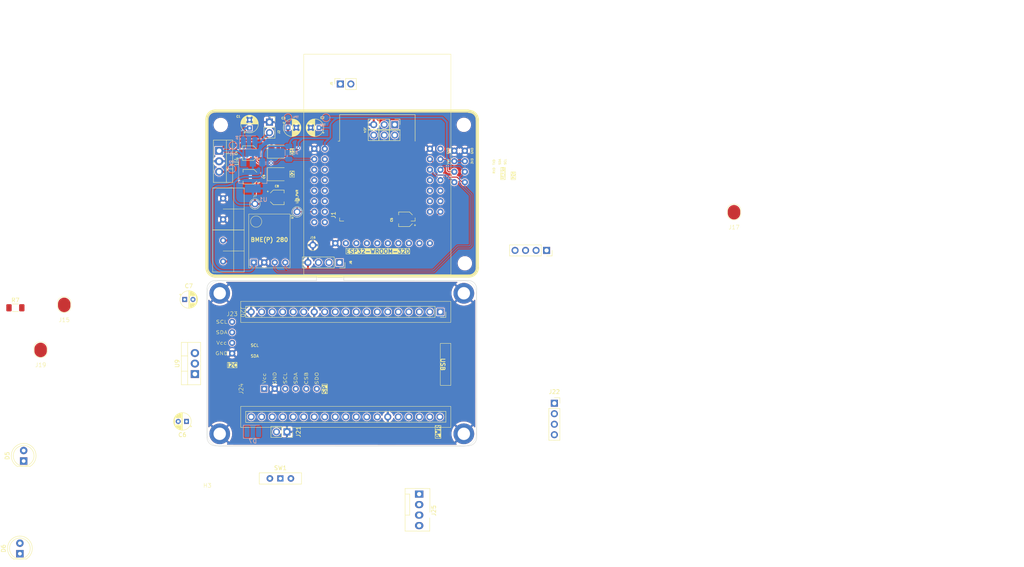
<source format=kicad_pcb>
(kicad_pcb (version 20240108) (generator "pcbnew") (generator_version "8.0")
  (layers (0 "F.Cu" signal) (31 "B.Cu" signal) (34 "B.Paste" user) (35 "F.Paste" user) (36 "B.SilkS" user "B.Silkscreen") (37 "F.SilkS" user "F.Silkscreen") (38 "B.Mask" user) (39 "F.Mask" user) (44 "Edge.Cuts" user))
  (net 0 "")
  (net 1 "GND")
  (net 2 "+3V3")
  (net 3 "+5V")
  (net 4 "/RXD")
  (net 5 "/TXD")
  (net 6 "/SDA")
  (net 7 "/GPIO_33")
  (net 8 "/SCL")
  (net 9 "/OUT3")
  (net 10 "/EN")
  (net 11 "/SOURCE2")
  (net 12 "/SOURCE1")
  (net 13 "/SOURCE3")
  (net 14 "/VDC")
  (net 15 "/DAC1")
  (net 16 "/DAC2")
  (net 17 "/GPIO39")
  (net 18 "/GPIO19")
  (net 19 "/GPIO17")
  (net 20 "/GPIO5")
  (net 21 "/GPIO18")
  (net 22 "/SD_DATA0")
  (net 23 "/ADC2_CH3")
  (net 24 "/SD_DATA3")
  (net 25 "/SD_CMD")
  (net 26 "/SD_CLK")
  (net 27 "/SD_DATA2")
  (net 28 "/SD_DATA1")
  (net 29 "/ADC2_CH0")
  (net 30 "/GPIO23")
  (net 31 "/GPIO36")
  (net 32 "/ADC2_CH2")
  (net 33 "/BOOT")
  (net 34 "/GPIO13")
  (net 35 "/SOURCE4")
  (net 36 "/SOURCE5")
  (net 37 "/SIPO_DATA")
  (net 38 "/SIPO_CLK")
  (net 39 "/SIPO_LATCH")
  (net 40 "/GPIO14")
  (net 41 "/OUT1")
  (net 42 "/VIN")
  (net 43 "Net-(D5-Pad1)")
  (net 44 "Net-(J15-Pin_1)")
  (net 45 "Net-(J19-Pin_1)")
  (net 46 "/OUT2")
  (net 58 "/ESP32-WROOM-32U Node/VIN")
  (net 63 "/ESP32-WROOM-32U Node/VDC")
  (net 74 "/ESP32-WROOM-32U Node/SPI-SDO")
  (net 75 "/ESP32-WROOM-32U Node/TX")
  (net 76 "/ESP32-WROOM-32U Node/SDA-2")
  (net 77 "/ESP32-WROOM-32U Node/SPI-CSB")
  (net 78 "/ESP32-WROOM-32U Node/SPI-SCL")
  (net 79 "/ESP32-WROOM-32U Node/3V3")
  (net 80 "/ESP32-WROOM-32U Node/SCL-2")
  (net 81 "/ESP32-WROOM-32U Node/RX")
  (net 82 "Net-(J21-Pin_2)")
  (net 84 "/ESP32-WROOM-32U Node/SPI-SDA")
  (net 86 "/ESP32-WROOM-32U Node/12V")
  (footprint "Capacitor_THT:CP_Radial_D4.0mm_P2.00mm" (layer "F.Cu") (at 107 44.2 180)
    (property "Reference" "C2")
    (property "Value" "1uF")
  )
  (footprint "LED_SMD:LED_1210_3225Metric_Pad1.42x2.65mm_HandSolder" (layer "F.Cu") (at 97 55.45)
    (property "Reference" "D2")
    (property "Value" "STATUS")
  )
  (footprint "Alexander Footprint Library:Board_65-40" (layer "F.Cu") (at 80 131.25)
    (property "Reference" "H3")
    (property "Value" "Project_Box_Board_65x40")
    (fp_line (start 0 -13) (end 0 -47) (stroke (width 0.05)) (layer "Edge.Cuts"))
    (fp_line (start 3 -50) (end 62 -50) (stroke (width 0.05)) (layer "Edge.Cuts"))
    (fp_line (start 62 -10) (end 3 -10) (stroke (width 0.05)) (layer "Edge.Cuts"))
    (fp_line (start 65 -47) (end 65 -13) (stroke (width 0.05)) (layer "Edge.Cuts"))
    (fp_arc (start 0 -47) (mid 0.87868 -49.12132) (end 3 -50) (stroke (width 0.05)) (layer "Edge.Cuts"))
    (fp_arc (start 3 -10) (mid 0.87868 -10.87868) (end 0 -13) (stroke (width 0.05)) (layer "Edge.Cuts"))
    (fp_arc (start 62 -50) (mid 64.12132 -49.12132) (end 65 -47) (stroke (width 0.05)) (layer "Edge.Cuts"))
    (fp_arc (start 65 -13) (mid 64.12132 -10.87868) (end 62 -10) (stroke (width 0.05)) (layer "Edge.Cuts"))
  )
  (footprint "Capacitor_SMD:CP_Elec_3x5.3" (layer "F.Cu") (at 90.3 50.35 180)
    (property "Reference" "C4")
    (property "Value" "0.1uF")
  )
  (footprint "Resistor_SMD:R_1206_3216Metric_Pad1.30x1.75mm_HandSolder" (layer "F.Cu") (at 33.612 87.7585)
    (property "Reference" "R7")
    (property "Value" "4K7")
  )
  (footprint "LED_THT:LED_D5.0mm" (layer "F.Cu") (at 34.7 147.25 90)
    (property "Reference" "D6")
    (property "Value" "LED_STATUS")
  )
  (footprint "Button_Switch_THT:SW_Slide-03_Wuerth-WS-SLTV_10x2.5x6.4_P2.54mm" (layer "F.Cu") (at 97.66 129.05)
    (property "Reference" "SW1")
    (property "Value" "SW_SPDT")
  )
  (footprint "Connector_PinSocket_2.54mm:PinSocket_1x04_P2.54mm_Vertical" (layer "F.Cu") (at 163.88 110.85)
    (property "Reference" "J22")
    (property "Value" "PWR_SATA_Conn_01x04")
  )
  (footprint "Alexander Footprint Library:Pad_1x01_P2.54_SMD" (layer "F.Cu") (at 39.712 102.098)
    (property "Reference" "J19")
    (property "Value" "LED_PWR")
  )
  (footprint "Alexanddr Footprints Library:ESP32-WROOM-Adapter-Socket-2" (layer "F.Cu") (at 121.1 56.9025)
    (property "Reference" "J1")
    (property "Value" "~")
  )
  (footprint "Alexander Footprint Library:Pad_1x01_P2.54_SMD" (layer "F.Cu") (at 45.412 91.198)
    (property "Reference" "J15")
    (property "Value" "LED_PWR")
  )
  (footprint "MountingHole:MountingHole_3mm" (layer "F.Cu") (at 142 43.5)
    (property "Reference" "H1" (hide yes))
    (property "Value" "MountingHole_Pad")
  )
  (footprint "Connector_PinSocket_2.54mm:PinSocket_1x02_P2.54mm_Vertical" (layer "F.Cu") (at 99.25 117.775 -90)
    (property "Reference" "J21")
    (property "Value" "PWR")
  )
  (footprint "MountingHole:MountingHole_3mm" (layer "F.Cu") (at 83.25 43.53)
    (property "Reference" "H2" (hide yes))
    (property "Value" "MountingHole_Pad")
  )
  (footprint "Alexander Footprints Library:Conn_Terminal_5mm" (layer "F.Cu") (at 83.82 53.69)
    (property "Reference" "J9" (hide yes))
    (property "Value" "Conn_01x02_Socket")
  )
  (footprint "Alexander Footprint Library:Pad_1x01_P2.54_SMD" (layer "F.Cu") (at 207.3 68.7895)
    (property "Reference" "J17")
    (property "Value" "GND")
  )
  (footprint "Capacitor_THT:CP_Radial_D4.0mm_P2.00mm" (layer "F.Cu") (at 74.527401 85.75)
    (property "Reference" "C7")
    (property "Value" "1uF")
  )
  (footprint "Connector:FanPinHeader_1x04_P2.54mm_Vertical" (layer "F.Cu") (at 131.2 132.83 -90)
    (property "Reference" "J25")
    (property "Value" "Conn_01x04_Pin")
  )
  (footprint "Capacitor_SMD:CP_Elec_3x5.3" (layer "F.Cu") (at 90.4 56.05 180)
    (property "Reference" "C9")
    (property "Value" "0.1uF")
  )
  (footprint "Alexander Footprint Library:PinSocket_1x01_P2.54" (layer "F.Cu") (at 91.5 65.19)
    (property "Reference" "J7")
    (property "Value" "LED_PWR")
  )
  (footprint "Alexander Footprint Library:Conn_SPI" (layer "F.Cu") (at 88.68 107.35 90)
    (property "Reference" "J24")
    (property "Value" "~")
  )
  (footprint "Connector_PinSocket_2.54mm:PinSocket_1x02_P2.54mm_Vertical" (layer "F.Cu") (at 95.025 42.85)
    (property "Reference" "J2")
    (property "Value" "PWR")
  )
  (footprint "Connector_PinSocket_2.54mm:PinSocket_1x04_P2.54mm_Vertical" (layer "F.Cu") (at 111.94 76.8 -90)
    (property "Reference" "J6")
    (property "Value" "SOURCE")
  )
  (footprint "Connector_PinSocket_2.54mm:PinSocket_1x04_P2.54mm_Vertical" (layer "F.Cu") (at 162 73.875 -90)
    (property "Reference" "J10" (hide yes))
    (property "Value" "ADC")
  )
  (footprint "Capacitor_SMD:CP_Elec_3x5.3" (layer "F.Cu") (at 128 66.35 180)
    (property "Reference" "C5")
    (property "Value" "0.1uF")
  )
  (footprint "Capacitor_THT:CP_Radial_D4.0mm_P2.00mm" (layer "F.Cu") (at 99.5 44.2)
    (property "Reference" "C3")
    (property "Value" "1uF")
  )
  (footprint "Alexander Footprint Library:Conn_ESP32_WROOM-DevKit-38pins" (layer "F.Cu") (at 88.06 88.75 -90)
    (property "Reference" "J20")
    (property "Value" "~")
  )
  (footprint "Capacitor_SMD:CP_Elec_3x5.3" (layer "F.Cu") (at 96.8 61.05)
    (property "Reference" "C8")
    (property "Value" "10uF")
  )
  (footprint "Alexander Footprint Library:LD1117" (layer "F.Cu") (at 77 103.79 90)
    (property "Reference" "U9")
    (property "Value" "L7805")
  )
  (footprint "Alexander Footprint Library:PinSocket_1x01_P2.54" (layer "F.Cu") (at 101.7 67.12)
    (property "Reference" "J18")
    (property "Value" "LED_PWR")
  )
  (footprint "Alexander Footprint Library:Conn_I2C" (layer "F.Cu") (at 86 106.41 180)
    (property "Reference" "J23")
    (property "Value" "I2C")
  )
  (footprint "Capacitor_THT:CP_Radial_D4.0mm_P2.00mm" (layer "F.Cu") (at 74.9726 115.25 180)
    (property "Reference" "C6")
    (property "Value" "1uF")
  )
  (footprint "Connector_PinSocket_2.54mm:PinSocket_1x02_P2.54mm_Vertical" (layer "F.Cu") (at 112.15 33.625 90)
    (property "Reference" "J5")
    (property "Value" "DAC")
  )
  (footprint "Alexander Footprint Library:CONN_2x3" (layer "F.Cu") (at 130.38 43.45 -90)
    (property "Reference" "J14")
    (property "Value" "GPIO")
  )
  (footprint "Alexander Footprints Library:Conn_UART" (layer "F.Cu") (at 139.7 42.15)
    (property "Reference" "J3" (hide yes))
    (property "Value" "UART")
  )
  (footprint "Alexander Footprint Library:PinSocket_1x01_P2.54" (layer "F.Cu") (at 105.5 75.19)
    (property "Reference" "J16")
    (property "Value" "GND")
  )
  (footprint "Capacitor_THT:CP_Radial_D4.0mm_P2.00mm" (layer "F.Cu") (at 90.2 44.3 90)
    (property "Reference" "C1")
    (property "Value" "1uF")
  )
  (footprint "Alexander Footprint Library:BME280_BMP280_I2C" (layer "F.Cu") (at 90 78.1 90)
    (property "Reference" "U7")
    (property "Value" "BME(P)280")
  )
  (footprint "Alexander Footprint Library:LD1117" (layer "F.Cu") (at 82.855 49.77 -90)
    (property "Reference" "U4")
    (property "Value" "L7805")
  )
  (footprint "Alexander Footprints Library:Conn_I2C" (layer "F.Cu") (at 142.24 42.15)
    (property "Reference" "J4" (hide yes))
    (property "Value" "I2C")
  )
  (footprint "LED_THT:LED_D5.0mm" (layer "F.Cu") (at 35.612 124.8335 90)
    (property "Reference" "D5")
    (property "Value" "LED_PWR")
  )
  (footprint "LED_SMD:LED_1210_3225Metric_Pad1.42x2.65mm_HandSolder" (layer "F.Cu") (at 97 50)
    (property "Reference" "D1")
    (property "Value" "PWR")
  )
  (footprint "MountingHole:MountingHole_3mm" (layer "F.Cu") (at 142.25 77)
    (property "Reference" "H4" (hide yes))
    (property "Value" "MountingHole_Pad")
  )
  (footprint "Alexander Footprints Library:Conn_Terminal_5mm" (layer "F.Cu") (at 83.82 63.85)
    (property "Reference" "J8" (hide yes))
    (property "Value" "Conn_01x02_Socket")
  )
  (footprint "TestPoint:TestPoint_Pad_D1.5mm" (layer "B.Cu") (at 99.5 41.75 180)
    (property "Reference" "TP4")
    (property "Value" "5V")
  )
  (footprint "TestPoint:TestPoint_Pad_D1.5mm" (layer "B.Cu") (at 108.7 41.75 180)
    (property "Reference" "TP3")
    (property "Value" "3V3")
  )
  (footprint "Diode_SMD:D_1210_3225Metric" (layer "B.Cu") (at 91 117.75)
    (property "Reference" "D7")
    (property "Value" "D")
  )
  (footprint "Resistor_SMD:R_1206_3216Metric_Pad1.30x1.75mm_HandSolder" (layer "B.Cu") (at 99.7 50.25 -90)
    (property "Reference" "R1")
    (property "Value" "10K")
  )
  (footprint "Diode_SMD:D_1210_3225Metric" (layer "B.Cu") (at 90.1 47.75)
    (property "Reference" "D4")
    (property "Value" "D")
  )
  (footprint "TestPoint:TestPoint_Pad_D1.5mm" (layer "B.Cu") (at 86.2 48.45 180)
    (property "Reference" "TP1")
    (property "Value" "VIN")
  )
  (footprint "TestPoint:TestPoint_Pad_D1.5mm" (layer "B.Cu") (at 85.9 54.15 180)
    (property "Reference" "TP2")
    (property "Value" "GND")
  )
  (footprint "Package_TO_SOT_SMD:SOT-223-3_TabPin2" (layer "B.Cu") (at 91 55.75 -90)
    (property "Reference" "U1")
    (property "Value" "AMS1117-3V3")
  )
  (gr_line (start 145.25 42.11421) (end 145.25 78.085782) (stroke (width 0.75)) (layer "F.SilkS"))
  (gr_line (start 81.914218 40.164218) (end 143.08579 40.164218) (stroke (width 0.75)) (layer "F.SilkS"))
  (gr_arc (start 145.25 78.085782) (mid 144.66422 79.500007) (end 143.25 80.085782) (stroke (width 0.75)) (layer "F.SilkS"))
  (gr_line (start 79.914218 42.11421) (end 79.914218 78.085782) (stroke (width 0.75)) (layer "F.SilkS"))
  (gr_arc (start 81.914218 80.085782) (mid 80.499999 79.500001) (end 79.914218 78.085782) (stroke (width 0.75)) (layer "F.SilkS"))
  (gr_arc (start 143.25 40.25) (mid 144.664214 40.835786) (end 145.25 42.25) (stroke (width 0.75)) (layer "F.SilkS"))
  (gr_arc (start 79.914218 42.164218) (mid 80.499999 40.749999) (end 81.914218 40.164218) (stroke (width 0.75)) (layer "F.SilkS"))
  (gr_line (start 81.914214 80.085782) (end 143.085786 80.085782) (stroke (width 0.75)) (layer "F.SilkS"))
  (gr_line (start 82.014214 80.235786) (end 106.4 80.25) (stroke (width 0.1)) (layer "Edge.Cuts"))
  (gr_line (start 80 42.25) (end 80.014214 78.235786) (stroke (width 0.1)) (layer "Edge.Cuts"))
  (gr_arc (start 79.921321 83.157107) (mid 80.507106 81.742896) (end 81.921321 81.157107) (stroke (width 0.1)) (layer "Edge.Cuts"))
  (gr_line (start 81.921321 121.128679) (end 143.107107 121.142893) (stroke (width 0.1)) (layer "Edge.Cuts"))
  (gr_arc (start 81.921321 121.128679) (mid 80.507101 120.542899) (end 79.921321 119.128679) (stroke (width 0.1)) (layer "Edge.Cuts"))
  (gr_line (start 143.092893 81.157107) (end 113 81.15) (stroke (width 0.1)) (layer "Edge.Cuts"))
  (gr_arc (start 145.107107 119.142893) (mid 144.521321 120.557107) (end 143.107107 121.142893) (stroke (width 0.1)) (layer "Edge.Cuts"))
  (gr_line (start 106.4 81.15) (end 81.921321 81.157107) (stroke (width 0.1)) (layer "Edge.Cuts"))
  (gr_arc (start 143.185786 40.264214) (mid 144.600004 40.849996) (end 145.185786 42.264214) (stroke (width 0.1)) (layer "Edge.Cuts"))
  (gr_line (start 113 80.25) (end 143.185786 80.235786) (stroke (width 0.1)) (layer "Edge.Cuts"))
  (gr_arc (start 82.014214 80.235786) (mid 80.599996 79.650004) (end 80.014214 78.235786) (stroke (width 0.1)) (layer "Edge.Cuts"))
  (gr_line (start 145.185786 42.264214) (end 145.185786 78.235786) (stroke (width 0.1)) (layer "Edge.Cuts"))
  (gr_arc (start 80 42.25) (mid 80.585786 40.835786) (end 82 40.25) (stroke (width 0.1)) (layer "Edge.Cuts"))
  (gr_line (start 145.107107 119.142893) (end 145.092893 83.157107) (stroke (width 0.1)) (layer "Edge.Cuts"))
  (gr_line (start 79.921321 119.128679) (end 79.921321 83.157107) (stroke (width 0.1)) (layer "Edge.Cuts"))
  (gr_line (start 106.4 81.15) (end 106.4 80.25) (stroke (width 0.1)) (layer "Edge.Cuts"))
  (gr_arc (start 145.185786 78.235786) (mid 144.600004 79.650004) (end 143.185786 80.235786) (stroke (width 0.1)) (layer "Edge.Cuts"))
  (gr_arc (start 143.092893 81.157107) (mid 144.507112 81.742888) (end 145.092893 83.157107) (stroke (width 0.1)) (layer "Edge.Cuts"))
  (gr_line (start 113 81.15) (end 113 80.25) (stroke (width 0.1)) (layer "Edge.Cuts"))
  (gr_line (start 143.185786 40.264214) (end 82 40.25) (stroke (width 0.1)) (layer "Edge.Cuts"))
  (gr_text "SCL" (at 90.4 96.85 0) (layer "F.SilkS") (effects (font (size 0.7 0.7) (thickness 0.125) (bold yes)) (justify left)))
  (gr_text "SDA" (at 90.4 99.45 0) (layer "F.SilkS") (effects (font (size 0.7 0.7) (thickness 0.125) (bold yes)) (justify left)))
  (gr_text "PWR" (at 136.4 119.55 90) (layer "F.SilkS" knockout) (effects (font (size 1 1) (thickness 0.25) (bold yes)) (justify left bottom)))
  (segment (start 84.21 66) (end 83.82 66.39) (width 0.5) (layer "F.Cu") (net 1))
  (segment (start 95.5 54.8625) (end 95.5125 54.85) (width 0.25) (layer "F.Cu") (net 1))
  (segment (start 95.5 55.4625) (end 95.5125 55.45) (width 0.25) (layer "F.Cu") (net 1))
  (segment (start 91.5 59.65) (end 91.9 59.25) (width 0.5) (layer "F.Cu") (net 2))
  (segment (start 101.15 50) (end 102 49.15) (width 0.5) (layer "F.Cu") (net 2))
  (segment (start 94.63 62.62) (end 91.5 62.62) (width 0.5) (layer "F.Cu") (net 2))
  (segment (start 91.9 59.25) (end 91.9 56.05) (width 0.5) (layer "F.Cu") (net 2))
  (segment (start 98.4875 50) (end 101.15 50) (width 0.5) (layer "F.Cu") (net 2))
  (segment (start 95.3 61.05) (end 95.3 61.95) (width 0.5) (layer "F.Cu") (net 2))
  (segment (start 95.3 61.95) (end 94.63 62.62) (width 0.5) (layer "F.Cu") (net 2))
  (segment (start 91.5 62.62) (end 91.5 59.65) (width 0.5) (layer "F.Cu") (net 2))
  (via (at 102 49.15) (size 0.8) (drill 0.4) (layers "F.Cu" "B.Cu") (net 2))
  (segment (start 96.075 48.7) (end 97.525 48.7) (width 0.5) (layer "B.Cu") (net 2))
  (segment (start 108.4 49.2825) (end 108.4 47.85) (width 0.5) (layer "B.Cu") (net 2))
  (segment (start 109.408578 44.2) (end 107 44.2) (width 0.5) (layer "B.Cu") (net 2))
  (segment (start 109.5 46.75) (end 109.75 46.5) (width 0.5) (layer "B.Cu") (net 2))
  (segment (start 81.3 75.997918) (end 81.3 59.75104) (width 0.5) (layer "B.Cu") (net 2))
  (segment (start 93.3 54.905025) (end 93.3 52.6) (width 0.5) (layer "B.Cu") (net 2))
  (segment (start 100 48.7) (end 100 48.03033) (width 0.5) (layer "B.Cu") (net 2))
  (segment (start 137.9 51.55) (end 138.66 52.31) (width 0.5) (layer "B.Cu") (net 2))
  (segment (start 84.202081 78.9) (end 89.990883 78.9) (width 0.5) (layer "B.Cu") (net 2))
  (segment (start 109.75 45) (end 109.75 44.141421) (width 0.5) (layer "B.Cu") (net 2))
  (segment (start 103 46.75) (end 101.28033 46.75) (width 0.5) (layer "B.Cu") (net 2))
  (segment (start 109.75 43.858578) (end 109.75 44.141421) (width 0.5) (layer "B.Cu") (net 2))
  (segment (start 138.66 52.31) (end 139.7 52.31) (width 0.5) (layer "B.Cu") (net 2))
  (segment (start 139.7 52.31) (end 142.24 52.31) (width 0.5) (layer "B.Cu") (net 2))
  (segment (start 129.1 41.75) (end 136.8 41.75) (width 0.5) (layer "B.Cu") (net 2))
  (segment (start 112.31066 41.75) (end 129.1 41.75) (width 0.5) (layer "B.Cu") (net 2))
  (segment (start 88.207106 62.75) (end 91.5 62.75) (width 0.5) (layer "B.Cu") (net 2))
  (segment (start 86.5 61.042893) (end 86.5 57.5) (width 0.5) (layer "B.Cu") (net 2))
  (segment (start 103 46.75) (end 109.5 46.75) (width 0.5) (layer "B.Cu") (net 2))
  (segment (start 137.9 42.85) (end 137.9 51.55) (width 0.5) (layer "B.Cu") (net 2))
  (segment (start 91.22 77.670883) (end 91.22 76.8) (width 0.5) (layer "B.Cu") (net 2))
  (segment (start 89.455634 56.1) (end 92.105025 56.1) (width 0.5) (layer "B.Cu") (net 2))
  (segment (start 96.075 48.7) (end 95.177817 48.7) (width 0.5) (layer "B.Cu") (net 2))
  (segment (start 136.8 41.75) (end 137.9 42.85) (width 0.5) (layer "B.Cu") (net 2))
  (segment (start 108.4 47.85) (end 109.75 46.5) (width 0.5) (layer "B.Cu") (net 2))
  (segment (start 109.75 46.5) (end 109.75 45) (width 0.5) (layer "B.Cu") (net 2))
  (segment (start 110.015165 42.984834) (end 110.5 42.5) (width 0.5) (layer "B.Cu") (net 2))
  (segment (start 102 47.75) (end 103 46.75) (width 0.5) (layer "B.Cu") (net 2))
  (segment (start 109.75 43.858578) (end 109.75 43.625) (width 0.5) (layer "B.Cu") (net 2))
  (segment (start 93.3 52.6) (end 93.3 50.577817) (width 0.5) (layer "B.Cu") (net 2))
  (segment (start 82.75104 58.3) (end 84.144365 58.3) (width 0.5) (layer "B.Cu") (net 2))
  (segment (start 102 49.15) (end 102 47.75) (width 0.5) (layer "B.Cu") (net 2))
  (segment (start 129.3 41.75) (end 129.1 41.75) (width 0.5) (layer "B.Cu") (net 2))
  (segment (start 108.7 41.75) (end 112.31066 41.75) (width 0.5) (layer "B.Cu") (net 2))
  (segment (start 100 48.7) (end 97.525 48.7) (width 0.5) (layer "B.Cu") (net 2))
  (arc (start 93.3 54.905025) (mid 93.209037 55.362322) (end 92.95 55.75) (width 0.5) (layer "B.Cu") (net 2))
  (arc (start 86.8 57.2) (mid 85.581584 58.014119) (end 84.144365 58.3) (width 0.5) (layer "B.Cu") (net 2))
  (arc (start 89.455634 56.1) (mid 88.018415 56.38588) (end 86.8 57.2) (width 0.5) (layer "B.Cu") (net 2))
  (arc (start 86.5 61.042893) (mid 86.629945 61.696174) (end 87 62.25) (width 0.5) (layer "B.Cu") (net 2))
  (arc (start 82.75104 58.3) (mid 82.195751 58.410453) (end 81.725 58.725) (width 0.5) (layer "B.Cu") (net 2))
  (arc (start 92.95 55.75) (mid 92.562322 56.009037) (end 92.105025 56.1) (width 0.5) (layer "B.Cu") (net 2))
  (arc (start 109.75 43.625) (mid 109.818914 43.278544) (end 110.015165 42.984834) (width 0.5) (layer "B.Cu") (net 2))
  (arc (start 95.177817 48.7) (mid 94.459207 48.84294) (end 93.85 49.25) (width 0.5) (layer "B.Cu") (net 2))
  (arc (start 82.15 78.05) (mid 83.091502 78.679092) (end 84.202081 78.9) (width 0.5) (layer "B.Cu") (net 2))
  (arc (start 109.75 44.141421) (mid 109.713838 44.087301) (end 109.65 44.1) (width 0.5) (layer "B.Cu") (net 2))
  (arc (start 93.85 49.25) (mid 93.44294 49.859207) (end 93.3 50.577817) (width 0.5) (layer "B.Cu") (net 2))
  (arc (start 90.86 78.54) (mid 90.461245 78.806439) (end 89.990883 78.9) (width 0.5) (layer "B.Cu") (net 2))
  (arc (start 109.65 44.1) (mid 109.539234 44.17401) (end 109.408578 44.2) (width 0.5) (layer "B.Cu") (net 2))
  (arc (start 87 62.25) (mid 87.553825 62.620054) (end 88.207106 62.75) (width 0.5) (layer "B.Cu") (net 2))
  (arc (start 81.725 58.725) (mid 81.410453 59.195751) (end 81.3 59.75104) (width 0.5) (layer "B.Cu") (net 2))
  (arc (start 101.28033 46.75) (mid 100.790368 46.847459) (end 100.375 47.125) (width 0.5) (layer "B.Cu") (net 2))
  (arc (start 91.22 77.670883) (mid 91.126439 78.141245) (end 90.86 78.54) (width 0.5) (layer "B.Cu") (net 2))
  (arc (start 110.5 42.5) (mid 111.330737 41.944918) (end 112.31066 41.75) (width 0.5) (layer "B.Cu") (net 2))
  (arc (start 109.65 44.1) (mid 109.72401 43.989234) (end 109.75 43.858578) (width 0.5) (layer "B.Cu") (net 2))
  (arc (start 100.375 47.125) (mid 100.097459 47.540368) (end 100 48.03033) (width 0.5) (layer "B.Cu") (net 2))
  (arc (start 81.3 75.997918) (mid 81.520907 77.108496) (end 82.15 78.05) (width 0.5) (layer "B.Cu") (net 2))
  (segment (start 99.5 45.693413) (end 99.5 44.2) (width 0.5) (layer "F.Cu") (net 3))
  (segment (start 98.6375 46.9625) (end 99.2125 46.3875) (width 0.5) (layer "F.Cu") (net 3))
  (segment (start 88.1 47.25) (end 97.943413 47.25) (width 0.5) (layer "F.Cu") (net 3))
  (segment (start 84.9 54.85) (end 85.4 54.35) (width 0.5) (layer "F.Cu") (net 3))
  (segment (start 85.4 54.35) (end 85.4 49.95) (width 0.5) (layer "F.Cu") (net 3))
  (segment (start 82.855 54.85) (end 84.9 54.85) (width 0.5) (layer "F.Cu") (net 3))
  (segment (start 85.4 49.95) (end 88.1 47.25) (width 0.5) (layer "F.Cu") (net 3))
  (arc (start 97.943413 47.25) (mid 98.31905 47.175281) (end 98.6375 46.9625) (width 0.5) (layer "F.Cu") (net 3))
  (arc (start 99.5 45.693413) (mid 99.425281 46.06905) (end 99.2125 46.3875) (width 0.5) (layer "F.Cu") (net 3))
  (segment (start 99.5 42.25) (end 99.5 44.2) (width 0.25) (layer "B.Cu") (net 3))
  (segment (start 139.7 57.35) (end 139.7 57.39) (width 0.25) (layer "F.Cu") (net 4))
  (segment (start 140.3 57.45) (end 139.3 57.45) (width 0.25) (layer "F.Cu") (net 4))
  (segment (start 139.04 57.39) (end 139.7 57.39) (width 0.25) (layer "F.Cu") (net 4))
  (segment (start 137.96 55.65) (end 139.7 57.39) (width 0.25) (layer "B.Cu") (net 4))
  (segment (start 133.8 54.3625) (end 135.0875 55.65) (width 0.25) (layer "B.Cu") (net 4))
  (segment (start 135.0875 55.65) (end 137.96 55.65) (width 0.25) (layer "B.Cu") (net 4))
  (segment (start 138 52.25) (end 137.5725 51.8225) (width 0.25) (layer "F.Cu") (net 5))
  (segment (start 139.7 54.85) (end 138.3 54.85) (width 0.25) (layer "F.Cu") (net 5))
  (segment (start 137.5725 51.8225) (end 136.34 51.8225) (width 0.25) (layer "F.Cu") (net 5))
  (segment (start 138 54.55) (end 138 52.25) (width 0.25) (layer "F.Cu") (net 5))
  (segment (start 138.3 54.85) (end 138 54.55) (width 0.25) (layer "F.Cu") (net 5))
  (segment (start 139.7 54.85) (end 139.5 54.85) (width 0.25) (layer "F.Cu") (net 5))
  (segment (start 142.24 54.85) (end 142.24 55.51) (width 0.25) (layer "F.Cu") (net 6))
  (segment (start 98.84 76.8) (end 98.84 78.09) (width 0.25) (layer "B.Cu") (net 6))
  (segment (start 141 57.95) (end 141 56.09) (width 0.25) (layer "B.Cu") (net 6))
  (segment (start 140.990501 53.600501) (end 142.24 54.85) (width 0.25) (layer "B.Cu") (net 6))
  (segment (start 136.34 54.3625) (end 137.101999 53.600501) (width 0.25) (layer "B.Cu") (net 6))
  (segment (start 143.281802 72.781802) (end 143.55 72.513604) (width 0.25) (layer "B.Cu") (net 6))
  (segment (start 99.4 78.65) (end 130.7 78.65) (width 0.25) (layer "B.Cu") (net 6))
  (segment (start 130.7 78.65) (end 134.55 78.65) (width 0.25) (layer "B.Cu") (net 6))
  (segment (start 143.55 72.513604) (end 143.55 60.5) (width 0.25) (layer "B.Cu") (net 6))
  (segment (start 143.55 60.5) (end 141 57.95) (width 0.25) (layer "B.Cu") (net 6))
  (segment (start 140.418198 72.781802) (end 143.281802 72.781802) (width 0.25) (layer "B.Cu") (net 6))
  (segment (start 98.84 78.09) (end 99.4 78.65) (width 0.25) (layer "B.Cu") (net 6))
  (segment (start 141 56.09) (end 142.24 54.85) (width 0.25) (layer "B.Cu") (net 6))
  (segment (start 137.101999 53.600501) (end 140.990501 53.600501) (width 0.25) (layer "B.Cu") (net 6))
  (segment (start 134.55 78.65) (end 140.418198 72.781802) (width 0.25) (layer "B.Cu") (net 6))
  (segment (start 135.1 55.15) (end 135.6 55.65) (width 0.25) (layer "F.Cu") (net 8))
  (segment (start 133.8 51.8225) (end 135.1 53.1225) (width 0.25) (layer "F.Cu") (net 8))
  (segment (start 141.603604 57.39) (end 142.24 57.39) (width 0.25) (layer "F.Cu") (net 8))
  (segment (start 137.3 55.65) (end 137.8 56.15) (width 0.25) (layer "F.Cu") (net 8))
  (segment (start 135.1 53.1225) (end 135.1 55.15) (width 0.25) (layer "F.Cu") (net 8))
  (segment (start 135.6 55.65) (end 137.3 55.65) (width 0.25) (layer "F.Cu") (net 8))
  (segment (start 140.363604 56.15) (end 141.603604 57.39) (width 0.25) (layer "F.Cu") (net 8))
  (segment (start 137.8 56.15) (end 140.363604 56.15) (width 0.25) (layer "F.Cu") (net 8))
  (segment (start 142.24 58.553604) (end 142.24 57.39) (width 0.25) (layer "B.Cu") (net 8))
  (segment (start 144 72.7) (end 144 60.313604) (width 0.25) (layer "B.Cu") (net 8))
  (segment (start 134.8 79.1) (end 140.6 73.3) (width 0.25) (layer "B.Cu") (net 8))
  (segment (start 140.6 73.3) (end 143.4 73.3) (width 0.25) (layer "B.Cu") (net 8))
  (segment (start 96.3 76.8) (end 96.3 78.45) (width 0.25) (layer "B.Cu") (net 8))
  (segment (start 143.4 73.3) (end 144 72.7) (width 0.25) (layer "B.Cu") (net 8))
  (segment (start 96.3 78.45) (end 96.95 79.1) (width 0.25) (layer "B.Cu") (net 8))
  (segment (start 144 60.313604) (end 142.24 58.553604) (width 0.25) (layer "B.Cu") (net 8))
  (segment (start 96.95 79.1) (end 134.8 79.1) (width 0.25) (layer "B.Cu") (net 8))
  (segment (start 92.3 52.75) (end 91.8 52.25) (width 0.25) (layer "F.Cu") (net 10))
  (segment (start 91.8 52.25) (end 91.8 50.35) (width 0.25) (layer "F.Cu") (net 10))
  (segment (start 95.4 52.75) (end 92.3 52.75) (width 0.25) (layer "F.Cu") (net 10))
  (via (at 95.4 52.75) (size 0.8) (drill 0.4) (layers "F.Cu" "B.Cu") (net 10))
  (segment (start 95.4 52.75) (end 96.7 52.75) (width 0.25) (layer "B.Cu") (net 10))
  (segment (start 101.4 51.8) (end 101.45 51.8) (width 0.25) (layer "B.Cu") (net 10))
  (segment (start 105.86 51.8225) (end 101.4225 51.8225) (width 0.25) (layer "B.Cu") (net 10))
  (segment (start 99.7 51.8) (end 101.4 51.8) (width 0.25) (layer "B.Cu") (net 10))
  (segment (start 97.65 51.8) (end 99.7 51.8) (width 0.25) (layer "B.Cu") (net 10))
  (segment (start 101.4225 51.8225) (end 101.4 51.8) (width 0.25) (layer "B.Cu") (net 10))
  (segment (start 96.7 52.75) (end 97.65 51.8) (width 0.25) (layer "B.Cu") (net 10))
  (segment (start 86.37 71.47) (end 88 73.1) (width 0.5) (layer "F.Cu") (net 11))
  (segment (start 88 73.1) (end 99 73.1) (width 0.5) (layer "F.Cu") (net 11))
  (segment (start 83.82 71.47) (end 86.37 71.47) (width 0.5) (layer "F.Cu") (net 11))
  (segment (start 86.275 76.55) (end 88.075 74.75) (width 0.5) (layer "F.Cu") (net 12))
  (segment (start 83.82 76.55) (end 86.275 76.55) (width 0.5) (layer "F.Cu") (net 12))
  (segment (start 88.075 74.75) (end 99.75 74.75) (width 0.5) (layer "F.Cu") (net 12))
  (segment (start 95.025 45.425) (end 92.7 47.75) (width 0.5) (layer "B.Cu") (net 14))
  (segment (start 92.7 47.75) (end 91.5 47.75) (width 0.5) (layer "B.Cu") (net 14))
  (segment (start 95.025 45.39) (end 95.025 45.425) (width 0.5) (layer "B.Cu") (net 14))
  (segment (start 129.5 66.35) (end 134.5125 66.35) (width 0.25) (layer "F.Cu") (net 33))
  (segment (start 134.5125 66.35) (end 136.34 64.5225) (width 0.25) (layer "F.Cu") (net 33))
  (segment (start 101.7 56.05) (end 101.1 55.45) (width 0.25) (layer "F.Cu") (net 40))
  (segment (start 101.7 64.55) (end 105.8325 64.55) (width 0.25) (layer "F.Cu") (net 40))
  (segment (start 105.8325 64.55) (end 105.86 64.5225) (width 0.25) (layer "F.Cu") (net 40))
  (segment (start 101.1 55.45) (end 98.4875 55.45) (width 0.25) (layer "F.Cu") (net 40))
  (segment (start 101.7 64.55) (end 101.7 56.05) (width 0.25) (layer "F.Cu") (net 40))
  (segment (start 82.98 49.77) (end 82.855 49.77) (width 0.5) (layer "F.Cu") (net 42))
  (segment (start 90.2 44.3) (end 88.45 44.3) (width 0.5) (layer "F.Cu") (net 42))
  (segment (start 88.45 44.3) (end 82.98 49.77) (width 0.5) (layer "F.Cu") (net 42))
  (segment (start 88.7 50.546446) (end 88.7 51.253553) (width 0.5) (layer "B.Cu") (net 42))
  (segment (start 88.7 45.153553) (end 88.7 47.4) (width 0.5) (layer "B.Cu") (net 42))
  (segment (start 86.2 49.11) (end 86.2 48.45) (width 0.25) (layer "B.Cu") (net 42))
  (segment (start 88.45 50.65) (end 88.2 50.4) (width 0.5) (layer "B.Cu") (net 42))
  (segment (start 88.7 50.546446) (end 88.7 47.4) (width 0.5) (layer "B.Cu") (net 42))
  (segment (start 88.45 50.65) (end 88.054368 50.254368) (width 0.5) (layer "B.Cu") (net 42))
  (segment (start 89.553553 44.3) (end 90.2 44.3) (width 0.5) (layer "B.Cu") (net 42))
  (segment (start 88.7 51.253553) (end 88.7 52.6) (width 0.5) (layer "B.Cu") (net 42))
  (segment (start 86.86 49.77) (end 85.54 49.77) (width 0.5) (layer "B.Cu") (net 42))
  (segment (start 86.885 49.77) (end 86.86 49.77) (width 0.5) (layer "B.Cu") (net 42))
  (segment (start 85.54 49.77) (end 82.855 49.77) (width 0.5) (layer "B.Cu") (net 42))
  (arc (start 89.553553 44.3) (mid 89.226912 44.364972) (end 88.95 44.55) (width 0.5) (layer "B.Cu") (net 42))
  (arc (start 86.2 49.11) (mid 86.393309 49.57669) (end 86.86 49.77) (width 0.25) (layer "B.Cu") (net 42))
  (arc (start 88.7 51.253553) (mid 88.635027 50.926912) (end 88.45 50.65) (width 0.5) (layer "B.Cu") (net 42))
  (arc (start 88.45 50.65) (mid 88.45 50.65) (end 88.45 50.65) (width 0.5) (layer "B.Cu") (net 42))
  (arc (start 88.45 50.65) (mid 88.609596 50.681745) (end 88.7 50.546446) (width 0.5) (layer "B.Cu") (net 42))
  (arc (start 88.054368 50.254368) (mid 87.517857 49.895883) (end 86.885 49.77) (width 0.5) (layer "B.Cu") (net 42))
  (arc (start 88.95 44.55) (mid 88.764972 44.826912) (end 88.7 45.153553) (width 0.5) (layer "B.Cu") (net 42))
  (segment (start 92.425 117.775) (end 92.4 117.75) (width 0.5) (layer "B.Cu") (net 63))
  (zone (net 1) (net_name "GND") (layer "F.Cu") (priority 1) (connect_pads (clearance 0)) (min_thickness 0.25) (fill yes (thermal_gap 0.5) (thermal_bridge_width 0.5))
    (polygon (pts (xy 80 40.25) (xy 80.3 80.35) (xy 145.55 80.35) (xy 145.25 40.25)))
  )
  (zone (net 1) (net_name "GND") (layer "F.Cu") (priority 2) (connect_pads (clearance 0)) (min_thickness 0.25) (fill yes (thermal_gap 0.5) (thermal_bridge_width 0.5))
    (polygon (pts (xy 79.8 121.45) (xy 145.7 121.45) (xy 145.2 80.95) (xy 79.5 80.95)))
  )
  (zone (net 1) (net_name "GND") (layer "B.Cu") (connect_pads (clearance 0)) (min_thickness 0.25) (fill yes (thermal_gap 0.5) (thermal_bridge_width 0.5))
    (polygon (pts (xy 80 40.25) (xy 145.2 40.25) (xy 145.4 80.45) (xy 80.2 80.45)))
  )
  (zone (net 1) (net_name "GND") (layer "B.Cu") (priority 3) (connect_pads (clearance 0)) (min_thickness 0.25) (fill yes (thermal_gap 0.5) (thermal_bridge_width 0.5))
    (polygon (pts (xy 145.6 121.45) (xy 145.2 80.95) (xy 79.5 80.95) (xy 79.7 121.45)))
  )
)
</source>
